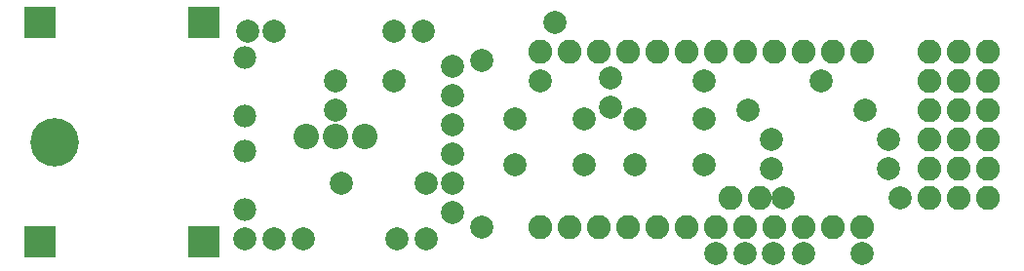
<source format=gbs>
G04 ---------------------------- Layer name :BOTTOM SOLDER LAYER*
G04 EasyEDA v5.7.26, Thu, 04 Oct 2018 07:00:36 GMT*
G04 bab801e3e9994df8b30bbc7ea68d8503*
G04 Gerber Generator version 0.2*
G04 Scale: 100 percent, Rotated: No, Reflected: No *
G04 Dimensions in millimeters *
G04 leading zeros omitted , absolute positions ,3 integer and 3 decimal *
%FSLAX33Y33*%
%MOMM*%
G90*
G71D02*

%ADD29C,2.083206*%
%ADD30C,2.203196*%
%ADD31C,1.981200*%
%ADD32C,2.003196*%
%ADD33C,2.082800*%
%ADD34R,2.743200X2.743200*%
%ADD35C,4.203192*%

%LPD*%
G54D29*
G01X65024Y7874D03*
G01X62484Y7874D03*
G54D30*
G01X30734Y13208D03*
G01X28194Y13208D03*
G01X25654Y13208D03*
G54D31*
G01X20320Y6858D03*
G01X20320Y11938D03*
G01X20320Y14986D03*
G01X20320Y20066D03*
G54D32*
G01X61214Y3048D03*
G01X66212Y3048D03*
G01X52070Y18288D03*
G01X52070Y15748D03*
G01X49784Y14732D03*
G01X43784Y14732D03*
G01X49784Y10731D03*
G01X43784Y10731D03*
G01X60198Y14732D03*
G01X54198Y14732D03*
G01X60198Y10731D03*
G01X54198Y10731D03*
G54D33*
G01X45974Y5334D03*
G01X48514Y5334D03*
G01X51054Y5334D03*
G01X53594Y5334D03*
G01X56134Y5334D03*
G01X58674Y5334D03*
G01X61214Y5334D03*
G01X63754Y5334D03*
G01X66294Y5334D03*
G01X68834Y5334D03*
G01X71374Y5334D03*
G01X73914Y5334D03*
G01X73914Y20574D03*
G01X71374Y20574D03*
G01X68834Y20574D03*
G01X66294Y20574D03*
G01X63754Y20574D03*
G01X61214Y20574D03*
G01X58674Y20574D03*
G01X56134Y20574D03*
G01X53594Y20574D03*
G01X51054Y20574D03*
G01X48514Y20574D03*
G01X45974Y20574D03*
G54D32*
G01X60198Y18034D03*
G01X70358Y18034D03*
G01X64008Y15494D03*
G01X74168Y15494D03*
G01X66040Y12954D03*
G01X76200Y12954D03*
G01X66040Y10414D03*
G01X76200Y10414D03*
G01X67056Y7874D03*
G01X77216Y7874D03*
G01X63754Y3048D03*
G01X73914Y3048D03*
G54D33*
G01X79756Y20574D03*
G01X82296Y20574D03*
G01X84836Y20574D03*
G01X79756Y18034D03*
G01X82296Y18034D03*
G01X84836Y18034D03*
G01X79756Y15494D03*
G01X82296Y15494D03*
G01X84836Y15494D03*
G01X79756Y12954D03*
G01X82296Y12954D03*
G01X84836Y12954D03*
G01X79756Y10414D03*
G01X82296Y10414D03*
G01X84836Y10414D03*
G01X79756Y7874D03*
G01X82296Y7874D03*
G01X84836Y7874D03*
G54D32*
G01X20574Y22352D03*
G01X22860Y22352D03*
G01X33274Y22352D03*
G01X35814Y22352D03*
G01X20320Y4318D03*
G01X22860Y4318D03*
G01X25400Y4318D03*
G01X33528Y4318D03*
G01X36068Y4318D03*
G54D34*
G01X2540Y4064D03*
G01X16764Y4064D03*
G01X2540Y23114D03*
G01X16764Y23114D03*
G54D32*
G01X38354Y19304D03*
G01X38354Y16764D03*
G01X38354Y14224D03*
G01X38354Y11684D03*
G01X38354Y9144D03*
G01X38354Y6604D03*
G01X28702Y9144D03*
G01X36068Y9144D03*
G01X40894Y5334D03*
G01X45974Y18034D03*
G01X33274Y18034D03*
G01X68834Y3048D03*
G01X47244Y23114D03*
G01X40894Y19812D03*
G01X28194Y18034D03*
G01X28194Y15494D03*
G54D35*
G01X3810Y12700D03*
M00*
M02*

</source>
